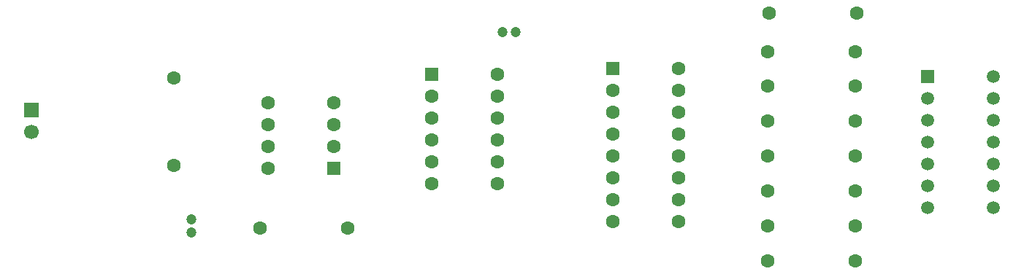
<source format=gbr>
%TF.GenerationSoftware,KiCad,Pcbnew,9.0.4*%
%TF.CreationDate,2025-09-01T19:52:22+09:00*%
%TF.ProjectId,HAM_Seminar,48414d5f-5365-46d6-996e-61722e6b6963,rev?*%
%TF.SameCoordinates,Original*%
%TF.FileFunction,Soldermask,Bot*%
%TF.FilePolarity,Negative*%
%FSLAX46Y46*%
G04 Gerber Fmt 4.6, Leading zero omitted, Abs format (unit mm)*
G04 Created by KiCad (PCBNEW 9.0.4) date 2025-09-01 19:52:22*
%MOMM*%
%LPD*%
G01*
G04 APERTURE LIST*
G04 Aperture macros list*
%AMRoundRect*
0 Rectangle with rounded corners*
0 $1 Rounding radius*
0 $2 $3 $4 $5 $6 $7 $8 $9 X,Y pos of 4 corners*
0 Add a 4 corners polygon primitive as box body*
4,1,4,$2,$3,$4,$5,$6,$7,$8,$9,$2,$3,0*
0 Add four circle primitives for the rounded corners*
1,1,$1+$1,$2,$3*
1,1,$1+$1,$4,$5*
1,1,$1+$1,$6,$7*
1,1,$1+$1,$8,$9*
0 Add four rect primitives between the rounded corners*
20,1,$1+$1,$2,$3,$4,$5,0*
20,1,$1+$1,$4,$5,$6,$7,0*
20,1,$1+$1,$6,$7,$8,$9,0*
20,1,$1+$1,$8,$9,$2,$3,0*%
G04 Aperture macros list end*
%ADD10C,1.600000*%
%ADD11RoundRect,0.250000X0.550000X0.550000X-0.550000X0.550000X-0.550000X-0.550000X0.550000X-0.550000X0*%
%ADD12R,1.700000X1.700000*%
%ADD13C,1.700000*%
%ADD14C,1.200000*%
%ADD15R,1.500000X1.500000*%
%ADD16C,1.500000*%
%ADD17RoundRect,0.250000X-0.550000X-0.550000X0.550000X-0.550000X0.550000X0.550000X-0.550000X0.550000X0*%
G04 APERTURE END LIST*
D10*
%TO.C,R1*%
X202500000Y-79000000D03*
X212660000Y-79000000D03*
%TD*%
D11*
%TO.C,U1*%
X152000000Y-97000000D03*
D10*
X152000000Y-94460000D03*
X152000000Y-91920000D03*
X152000000Y-89380000D03*
X144380000Y-89380000D03*
X144380000Y-91920000D03*
X144380000Y-94460000D03*
X144380000Y-97000000D03*
%TD*%
%TO.C,R2*%
X143500000Y-104000000D03*
X153660000Y-104000000D03*
%TD*%
D12*
%TO.C,J2*%
X117000000Y-90225000D03*
D13*
X117000000Y-92765000D03*
%TD*%
D14*
%TO.C,C2*%
X171600000Y-81160000D03*
X173100000Y-81160000D03*
%TD*%
%TO.C,C1*%
X135500000Y-103000000D03*
X135500000Y-104500000D03*
%TD*%
D15*
%TO.C,U4*%
X220880000Y-86380000D03*
D16*
X220880000Y-88920000D03*
X220880000Y-91460000D03*
X220880000Y-94000000D03*
X220880000Y-96540000D03*
X220880000Y-99080000D03*
X220880000Y-101620000D03*
X228500000Y-101620000D03*
X228500000Y-99080000D03*
X228500000Y-96540000D03*
X228500000Y-94000000D03*
X228500000Y-91460000D03*
X228500000Y-88920000D03*
X228500000Y-86380000D03*
%TD*%
D17*
%TO.C,U3*%
X184380000Y-85460000D03*
D10*
X184380000Y-88000000D03*
X184380000Y-90540000D03*
X184380000Y-93080000D03*
X184380000Y-95620000D03*
X184380000Y-98160000D03*
X184380000Y-100700000D03*
X184380000Y-103240000D03*
X192000000Y-103240000D03*
X192000000Y-100700000D03*
X192000000Y-98160000D03*
X192000000Y-95620000D03*
X192000000Y-93080000D03*
X192000000Y-90540000D03*
X192000000Y-88000000D03*
X192000000Y-85460000D03*
%TD*%
D17*
%TO.C,U2*%
X163380000Y-86120000D03*
D10*
X163380000Y-88660000D03*
X163380000Y-91200000D03*
X163380000Y-93740000D03*
X163380000Y-96280000D03*
X163380000Y-98820000D03*
X171000000Y-98820000D03*
X171000000Y-96280000D03*
X171000000Y-93740000D03*
X171000000Y-91200000D03*
X171000000Y-88660000D03*
X171000000Y-86120000D03*
%TD*%
%TO.C,R10*%
X133500000Y-96660000D03*
X133500000Y-86500000D03*
%TD*%
%TO.C,R9*%
X202340000Y-107750000D03*
X212500000Y-107750000D03*
%TD*%
%TO.C,R8*%
X202340000Y-103700000D03*
X212500000Y-103700000D03*
%TD*%
%TO.C,R7*%
X202340000Y-99650000D03*
X212500000Y-99650000D03*
%TD*%
%TO.C,R6*%
X202340000Y-95600000D03*
X212500000Y-95600000D03*
%TD*%
%TO.C,R5*%
X202340000Y-91550000D03*
X212500000Y-91550000D03*
%TD*%
%TO.C,R4*%
X202340000Y-87500000D03*
X212500000Y-87500000D03*
%TD*%
%TO.C,R3*%
X202340000Y-83450000D03*
X212500000Y-83450000D03*
%TD*%
M02*

</source>
